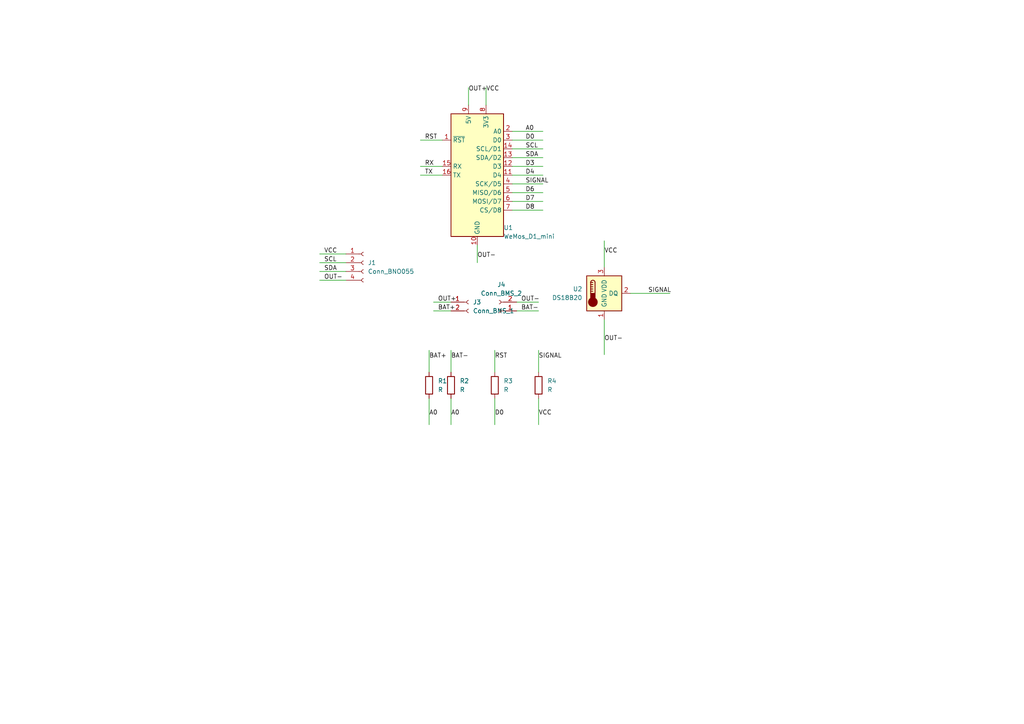
<source format=kicad_sch>
(kicad_sch (version 20211123) (generator eeschema)

  (uuid b754a447-3a51-410f-a103-b6998ce52b10)

  (paper "A4")

  (lib_symbols
    (symbol "Connector:Conn_01x02_Female" (pin_names (offset 1.016) hide) (in_bom yes) (on_board yes)
      (property "Reference" "J" (id 0) (at 0 2.54 0)
        (effects (font (size 1.27 1.27)))
      )
      (property "Value" "Conn_01x02_Female" (id 1) (at 0 -5.08 0)
        (effects (font (size 1.27 1.27)))
      )
      (property "Footprint" "" (id 2) (at 0 0 0)
        (effects (font (size 1.27 1.27)) hide)
      )
      (property "Datasheet" "~" (id 3) (at 0 0 0)
        (effects (font (size 1.27 1.27)) hide)
      )
      (property "ki_keywords" "connector" (id 4) (at 0 0 0)
        (effects (font (size 1.27 1.27)) hide)
      )
      (property "ki_description" "Generic connector, single row, 01x02, script generated (kicad-library-utils/schlib/autogen/connector/)" (id 5) (at 0 0 0)
        (effects (font (size 1.27 1.27)) hide)
      )
      (property "ki_fp_filters" "Connector*:*_1x??_*" (id 6) (at 0 0 0)
        (effects (font (size 1.27 1.27)) hide)
      )
      (symbol "Conn_01x02_Female_1_1"
        (arc (start 0 -2.032) (mid -0.508 -2.54) (end 0 -3.048)
          (stroke (width 0.1524) (type default) (color 0 0 0 0))
          (fill (type none))
        )
        (polyline
          (pts
            (xy -1.27 -2.54)
            (xy -0.508 -2.54)
          )
          (stroke (width 0.1524) (type default) (color 0 0 0 0))
          (fill (type none))
        )
        (polyline
          (pts
            (xy -1.27 0)
            (xy -0.508 0)
          )
          (stroke (width 0.1524) (type default) (color 0 0 0 0))
          (fill (type none))
        )
        (arc (start 0 0.508) (mid -0.508 0) (end 0 -0.508)
          (stroke (width 0.1524) (type default) (color 0 0 0 0))
          (fill (type none))
        )
        (pin passive line (at -5.08 0 0) (length 3.81)
          (name "Pin_1" (effects (font (size 1.27 1.27))))
          (number "1" (effects (font (size 1.27 1.27))))
        )
        (pin passive line (at -5.08 -2.54 0) (length 3.81)
          (name "Pin_2" (effects (font (size 1.27 1.27))))
          (number "2" (effects (font (size 1.27 1.27))))
        )
      )
    )
    (symbol "Connector:Conn_01x04_Female" (pin_names (offset 1.016) hide) (in_bom yes) (on_board yes)
      (property "Reference" "J" (id 0) (at 0 5.08 0)
        (effects (font (size 1.27 1.27)))
      )
      (property "Value" "Conn_01x04_Female" (id 1) (at 0 -7.62 0)
        (effects (font (size 1.27 1.27)))
      )
      (property "Footprint" "" (id 2) (at 0 0 0)
        (effects (font (size 1.27 1.27)) hide)
      )
      (property "Datasheet" "~" (id 3) (at 0 0 0)
        (effects (font (size 1.27 1.27)) hide)
      )
      (property "ki_keywords" "connector" (id 4) (at 0 0 0)
        (effects (font (size 1.27 1.27)) hide)
      )
      (property "ki_description" "Generic connector, single row, 01x04, script generated (kicad-library-utils/schlib/autogen/connector/)" (id 5) (at 0 0 0)
        (effects (font (size 1.27 1.27)) hide)
      )
      (property "ki_fp_filters" "Connector*:*_1x??_*" (id 6) (at 0 0 0)
        (effects (font (size 1.27 1.27)) hide)
      )
      (symbol "Conn_01x04_Female_1_1"
        (arc (start 0 -4.572) (mid -0.508 -5.08) (end 0 -5.588)
          (stroke (width 0.1524) (type default) (color 0 0 0 0))
          (fill (type none))
        )
        (arc (start 0 -2.032) (mid -0.508 -2.54) (end 0 -3.048)
          (stroke (width 0.1524) (type default) (color 0 0 0 0))
          (fill (type none))
        )
        (polyline
          (pts
            (xy -1.27 -5.08)
            (xy -0.508 -5.08)
          )
          (stroke (width 0.1524) (type default) (color 0 0 0 0))
          (fill (type none))
        )
        (polyline
          (pts
            (xy -1.27 -2.54)
            (xy -0.508 -2.54)
          )
          (stroke (width 0.1524) (type default) (color 0 0 0 0))
          (fill (type none))
        )
        (polyline
          (pts
            (xy -1.27 0)
            (xy -0.508 0)
          )
          (stroke (width 0.1524) (type default) (color 0 0 0 0))
          (fill (type none))
        )
        (polyline
          (pts
            (xy -1.27 2.54)
            (xy -0.508 2.54)
          )
          (stroke (width 0.1524) (type default) (color 0 0 0 0))
          (fill (type none))
        )
        (arc (start 0 0.508) (mid -0.508 0) (end 0 -0.508)
          (stroke (width 0.1524) (type default) (color 0 0 0 0))
          (fill (type none))
        )
        (arc (start 0 3.048) (mid -0.508 2.54) (end 0 2.032)
          (stroke (width 0.1524) (type default) (color 0 0 0 0))
          (fill (type none))
        )
        (pin passive line (at -5.08 2.54 0) (length 3.81)
          (name "Pin_1" (effects (font (size 1.27 1.27))))
          (number "1" (effects (font (size 1.27 1.27))))
        )
        (pin passive line (at -5.08 0 0) (length 3.81)
          (name "Pin_2" (effects (font (size 1.27 1.27))))
          (number "2" (effects (font (size 1.27 1.27))))
        )
        (pin passive line (at -5.08 -2.54 0) (length 3.81)
          (name "Pin_3" (effects (font (size 1.27 1.27))))
          (number "3" (effects (font (size 1.27 1.27))))
        )
        (pin passive line (at -5.08 -5.08 0) (length 3.81)
          (name "Pin_4" (effects (font (size 1.27 1.27))))
          (number "4" (effects (font (size 1.27 1.27))))
        )
      )
    )
    (symbol "Device:R" (pin_numbers hide) (pin_names (offset 0)) (in_bom yes) (on_board yes)
      (property "Reference" "R" (id 0) (at 2.032 0 90)
        (effects (font (size 1.27 1.27)))
      )
      (property "Value" "R" (id 1) (at 0 0 90)
        (effects (font (size 1.27 1.27)))
      )
      (property "Footprint" "" (id 2) (at -1.778 0 90)
        (effects (font (size 1.27 1.27)) hide)
      )
      (property "Datasheet" "~" (id 3) (at 0 0 0)
        (effects (font (size 1.27 1.27)) hide)
      )
      (property "ki_keywords" "R res resistor" (id 4) (at 0 0 0)
        (effects (font (size 1.27 1.27)) hide)
      )
      (property "ki_description" "Resistor" (id 5) (at 0 0 0)
        (effects (font (size 1.27 1.27)) hide)
      )
      (property "ki_fp_filters" "R_*" (id 6) (at 0 0 0)
        (effects (font (size 1.27 1.27)) hide)
      )
      (symbol "R_0_1"
        (rectangle (start -1.016 -2.54) (end 1.016 2.54)
          (stroke (width 0.254) (type default) (color 0 0 0 0))
          (fill (type none))
        )
      )
      (symbol "R_1_1"
        (pin passive line (at 0 3.81 270) (length 1.27)
          (name "~" (effects (font (size 1.27 1.27))))
          (number "1" (effects (font (size 1.27 1.27))))
        )
        (pin passive line (at 0 -3.81 90) (length 1.27)
          (name "~" (effects (font (size 1.27 1.27))))
          (number "2" (effects (font (size 1.27 1.27))))
        )
      )
    )
    (symbol "MCU_Module:WeMos_D1_mini" (in_bom yes) (on_board yes)
      (property "Reference" "U" (id 0) (at 3.81 19.05 0)
        (effects (font (size 1.27 1.27)) (justify left))
      )
      (property "Value" "WeMos_D1_mini" (id 1) (at 1.27 -19.05 0)
        (effects (font (size 1.27 1.27)) (justify left))
      )
      (property "Footprint" "Module:WEMOS_D1_mini_light" (id 2) (at 0 -29.21 0)
        (effects (font (size 1.27 1.27)) hide)
      )
      (property "Datasheet" "https://wiki.wemos.cc/products:d1:d1_mini#documentation" (id 3) (at -46.99 -29.21 0)
        (effects (font (size 1.27 1.27)) hide)
      )
      (property "ki_keywords" "ESP8266 WiFi microcontroller ESP8266EX" (id 4) (at 0 0 0)
        (effects (font (size 1.27 1.27)) hide)
      )
      (property "ki_description" "32-bit microcontroller module with WiFi" (id 5) (at 0 0 0)
        (effects (font (size 1.27 1.27)) hide)
      )
      (property "ki_fp_filters" "WEMOS*D1*mini*" (id 6) (at 0 0 0)
        (effects (font (size 1.27 1.27)) hide)
      )
      (symbol "WeMos_D1_mini_1_1"
        (rectangle (start -7.62 17.78) (end 7.62 -17.78)
          (stroke (width 0.254) (type default) (color 0 0 0 0))
          (fill (type background))
        )
        (pin input line (at -10.16 10.16 0) (length 2.54)
          (name "~{RST}" (effects (font (size 1.27 1.27))))
          (number "1" (effects (font (size 1.27 1.27))))
        )
        (pin power_in line (at 0 -20.32 90) (length 2.54)
          (name "GND" (effects (font (size 1.27 1.27))))
          (number "10" (effects (font (size 1.27 1.27))))
        )
        (pin bidirectional line (at 10.16 0 180) (length 2.54)
          (name "D4" (effects (font (size 1.27 1.27))))
          (number "11" (effects (font (size 1.27 1.27))))
        )
        (pin bidirectional line (at 10.16 2.54 180) (length 2.54)
          (name "D3" (effects (font (size 1.27 1.27))))
          (number "12" (effects (font (size 1.27 1.27))))
        )
        (pin bidirectional line (at 10.16 5.08 180) (length 2.54)
          (name "SDA/D2" (effects (font (size 1.27 1.27))))
          (number "13" (effects (font (size 1.27 1.27))))
        )
        (pin bidirectional line (at 10.16 7.62 180) (length 2.54)
          (name "SCL/D1" (effects (font (size 1.27 1.27))))
          (number "14" (effects (font (size 1.27 1.27))))
        )
        (pin input line (at -10.16 2.54 0) (length 2.54)
          (name "RX" (effects (font (size 1.27 1.27))))
          (number "15" (effects (font (size 1.27 1.27))))
        )
        (pin output line (at -10.16 0 0) (length 2.54)
          (name "TX" (effects (font (size 1.27 1.27))))
          (number "16" (effects (font (size 1.27 1.27))))
        )
        (pin input line (at 10.16 12.7 180) (length 2.54)
          (name "A0" (effects (font (size 1.27 1.27))))
          (number "2" (effects (font (size 1.27 1.27))))
        )
        (pin bidirectional line (at 10.16 10.16 180) (length 2.54)
          (name "D0" (effects (font (size 1.27 1.27))))
          (number "3" (effects (font (size 1.27 1.27))))
        )
        (pin bidirectional line (at 10.16 -2.54 180) (length 2.54)
          (name "SCK/D5" (effects (font (size 1.27 1.27))))
          (number "4" (effects (font (size 1.27 1.27))))
        )
        (pin bidirectional line (at 10.16 -5.08 180) (length 2.54)
          (name "MISO/D6" (effects (font (size 1.27 1.27))))
          (number "5" (effects (font (size 1.27 1.27))))
        )
        (pin bidirectional line (at 10.16 -7.62 180) (length 2.54)
          (name "MOSI/D7" (effects (font (size 1.27 1.27))))
          (number "6" (effects (font (size 1.27 1.27))))
        )
        (pin bidirectional line (at 10.16 -10.16 180) (length 2.54)
          (name "CS/D8" (effects (font (size 1.27 1.27))))
          (number "7" (effects (font (size 1.27 1.27))))
        )
        (pin power_out line (at 2.54 20.32 270) (length 2.54)
          (name "3V3" (effects (font (size 1.27 1.27))))
          (number "8" (effects (font (size 1.27 1.27))))
        )
        (pin power_in line (at -2.54 20.32 270) (length 2.54)
          (name "5V" (effects (font (size 1.27 1.27))))
          (number "9" (effects (font (size 1.27 1.27))))
        )
      )
    )
    (symbol "Sensor_Temperature:DS18B20" (pin_names (offset 1.016)) (in_bom yes) (on_board yes)
      (property "Reference" "U" (id 0) (at -3.81 6.35 0)
        (effects (font (size 1.27 1.27)))
      )
      (property "Value" "DS18B20" (id 1) (at 6.35 6.35 0)
        (effects (font (size 1.27 1.27)))
      )
      (property "Footprint" "Package_TO_SOT_THT:TO-92_Inline" (id 2) (at -25.4 -6.35 0)
        (effects (font (size 1.27 1.27)) hide)
      )
      (property "Datasheet" "http://datasheets.maximintegrated.com/en/ds/DS18B20.pdf" (id 3) (at -3.81 6.35 0)
        (effects (font (size 1.27 1.27)) hide)
      )
      (property "ki_keywords" "OneWire 1Wire Dallas Maxim" (id 4) (at 0 0 0)
        (effects (font (size 1.27 1.27)) hide)
      )
      (property "ki_description" "Programmable Resolution 1-Wire Digital Thermometer TO-92" (id 5) (at 0 0 0)
        (effects (font (size 1.27 1.27)) hide)
      )
      (property "ki_fp_filters" "TO*92*" (id 6) (at 0 0 0)
        (effects (font (size 1.27 1.27)) hide)
      )
      (symbol "DS18B20_0_1"
        (rectangle (start -5.08 5.08) (end 5.08 -5.08)
          (stroke (width 0.254) (type default) (color 0 0 0 0))
          (fill (type background))
        )
        (circle (center -3.302 -2.54) (radius 1.27)
          (stroke (width 0.254) (type default) (color 0 0 0 0))
          (fill (type outline))
        )
        (rectangle (start -2.667 -1.905) (end -3.937 0)
          (stroke (width 0.254) (type default) (color 0 0 0 0))
          (fill (type outline))
        )
        (arc (start -2.667 3.175) (mid -3.302 3.81) (end -3.937 3.175)
          (stroke (width 0.254) (type default) (color 0 0 0 0))
          (fill (type none))
        )
        (polyline
          (pts
            (xy -3.937 0.635)
            (xy -3.302 0.635)
          )
          (stroke (width 0.254) (type default) (color 0 0 0 0))
          (fill (type none))
        )
        (polyline
          (pts
            (xy -3.937 1.27)
            (xy -3.302 1.27)
          )
          (stroke (width 0.254) (type default) (color 0 0 0 0))
          (fill (type none))
        )
        (polyline
          (pts
            (xy -3.937 1.905)
            (xy -3.302 1.905)
          )
          (stroke (width 0.254) (type default) (color 0 0 0 0))
          (fill (type none))
        )
        (polyline
          (pts
            (xy -3.937 2.54)
            (xy -3.302 2.54)
          )
          (stroke (width 0.254) (type default) (color 0 0 0 0))
          (fill (type none))
        )
        (polyline
          (pts
            (xy -3.937 3.175)
            (xy -3.937 0)
          )
          (stroke (width 0.254) (type default) (color 0 0 0 0))
          (fill (type none))
        )
        (polyline
          (pts
            (xy -3.937 3.175)
            (xy -3.302 3.175)
          )
          (stroke (width 0.254) (type default) (color 0 0 0 0))
          (fill (type none))
        )
        (polyline
          (pts
            (xy -2.667 3.175)
            (xy -2.667 0)
          )
          (stroke (width 0.254) (type default) (color 0 0 0 0))
          (fill (type none))
        )
      )
      (symbol "DS18B20_1_1"
        (pin power_in line (at 0 -7.62 90) (length 2.54)
          (name "GND" (effects (font (size 1.27 1.27))))
          (number "1" (effects (font (size 1.27 1.27))))
        )
        (pin bidirectional line (at 7.62 0 180) (length 2.54)
          (name "DQ" (effects (font (size 1.27 1.27))))
          (number "2" (effects (font (size 1.27 1.27))))
        )
        (pin power_in line (at 0 7.62 270) (length 2.54)
          (name "VDD" (effects (font (size 1.27 1.27))))
          (number "3" (effects (font (size 1.27 1.27))))
        )
      )
    )
  )


  (wire (pts (xy 148.59 43.18) (xy 157.48 43.18))
    (stroke (width 0) (type default) (color 0 0 0 0))
    (uuid 065684d8-ef7e-4ebf-94cb-62e74f7d0fc1)
  )
  (wire (pts (xy 138.43 71.12) (xy 138.43 76.2))
    (stroke (width 0) (type default) (color 0 0 0 0))
    (uuid 067a4a12-7d26-4481-964b-498cfa9a1901)
  )
  (wire (pts (xy 92.71 76.2) (xy 100.33 76.2))
    (stroke (width 0) (type default) (color 0 0 0 0))
    (uuid 0adfb930-9cde-4399-96d4-ff78b657f1ed)
  )
  (wire (pts (xy 125.73 87.63) (xy 130.81 87.63))
    (stroke (width 0) (type default) (color 0 0 0 0))
    (uuid 1960bae9-3f9e-4893-a6b8-7cd1ece1c5d9)
  )
  (wire (pts (xy 148.59 58.42) (xy 157.48 58.42))
    (stroke (width 0) (type default) (color 0 0 0 0))
    (uuid 22787205-39a6-48a5-857d-c8699b7a86e5)
  )
  (wire (pts (xy 156.21 101.6) (xy 156.21 107.95))
    (stroke (width 0) (type default) (color 0 0 0 0))
    (uuid 2879c107-f584-4793-8b5e-a668616e0261)
  )
  (wire (pts (xy 135.89 25.4) (xy 135.89 30.48))
    (stroke (width 0) (type default) (color 0 0 0 0))
    (uuid 32b3722d-d046-4f9c-9870-a46975703d36)
  )
  (wire (pts (xy 143.51 101.6) (xy 143.51 107.95))
    (stroke (width 0) (type default) (color 0 0 0 0))
    (uuid 332be0a1-2ac2-4f3d-9111-925765d7adad)
  )
  (wire (pts (xy 149.86 87.63) (xy 156.21 87.63))
    (stroke (width 0) (type default) (color 0 0 0 0))
    (uuid 3578dabb-363c-4779-8b99-8547b3ce2680)
  )
  (wire (pts (xy 92.71 73.66) (xy 100.33 73.66))
    (stroke (width 0) (type default) (color 0 0 0 0))
    (uuid 376878d7-f201-4ba7-97fb-f5217a42b531)
  )
  (wire (pts (xy 156.21 115.57) (xy 156.21 123.19))
    (stroke (width 0) (type default) (color 0 0 0 0))
    (uuid 3b250d06-f7e8-4a10-a2fa-39bff279ae01)
  )
  (wire (pts (xy 121.92 40.64) (xy 128.27 40.64))
    (stroke (width 0) (type default) (color 0 0 0 0))
    (uuid 3b44f9de-6304-459f-b733-106cf4c5d987)
  )
  (wire (pts (xy 175.26 69.85) (xy 175.26 77.47))
    (stroke (width 0) (type default) (color 0 0 0 0))
    (uuid 41e7a94d-ac10-4331-9d20-d172452694a3)
  )
  (wire (pts (xy 149.86 90.17) (xy 156.21 90.17))
    (stroke (width 0) (type default) (color 0 0 0 0))
    (uuid 48bb0299-bae9-4963-bc6c-dfb6974cc62a)
  )
  (wire (pts (xy 148.59 50.8) (xy 157.48 50.8))
    (stroke (width 0) (type default) (color 0 0 0 0))
    (uuid 48e25276-d72f-4aa6-a5d9-49728e8b2e53)
  )
  (wire (pts (xy 143.51 115.57) (xy 143.51 123.19))
    (stroke (width 0) (type default) (color 0 0 0 0))
    (uuid 4989bae7-28e4-4438-a501-af75f843be64)
  )
  (wire (pts (xy 121.92 50.8) (xy 128.27 50.8))
    (stroke (width 0) (type default) (color 0 0 0 0))
    (uuid 4c1613ce-209b-45d5-a276-f6253cbbbb3c)
  )
  (wire (pts (xy 175.26 92.71) (xy 175.26 102.87))
    (stroke (width 0) (type default) (color 0 0 0 0))
    (uuid 591f60e1-7f19-4627-ae7a-bd34bb74569b)
  )
  (wire (pts (xy 130.81 101.6) (xy 130.81 107.95))
    (stroke (width 0) (type default) (color 0 0 0 0))
    (uuid 5a13df7b-6d60-45b4-973f-fb87f877ccaa)
  )
  (wire (pts (xy 148.59 38.1) (xy 157.48 38.1))
    (stroke (width 0) (type default) (color 0 0 0 0))
    (uuid 77056637-040b-4a9a-874e-a051185ba5d4)
  )
  (wire (pts (xy 124.46 101.6) (xy 124.46 107.95))
    (stroke (width 0) (type default) (color 0 0 0 0))
    (uuid 7765b0e7-d75b-4f8a-b32f-8a9ba7c186d9)
  )
  (wire (pts (xy 148.59 55.88) (xy 157.48 55.88))
    (stroke (width 0) (type default) (color 0 0 0 0))
    (uuid 8d1ea571-3651-4b47-88a5-6acb76fe30c4)
  )
  (wire (pts (xy 128.27 48.26) (xy 121.92 48.26))
    (stroke (width 0) (type default) (color 0 0 0 0))
    (uuid a0294b00-b3f6-47a1-aad8-cdd97ed97262)
  )
  (wire (pts (xy 148.59 40.64) (xy 157.48 40.64))
    (stroke (width 0) (type default) (color 0 0 0 0))
    (uuid aa8dcb3f-d00b-422a-b297-83d540388c64)
  )
  (wire (pts (xy 92.71 78.74) (xy 100.33 78.74))
    (stroke (width 0) (type default) (color 0 0 0 0))
    (uuid aef50072-b76d-4279-b041-bd8630f82daf)
  )
  (wire (pts (xy 140.97 25.4) (xy 140.97 30.48))
    (stroke (width 0) (type default) (color 0 0 0 0))
    (uuid b65bf48b-841a-461a-b0e8-a3e7a693d090)
  )
  (wire (pts (xy 182.88 85.09) (xy 194.31 85.09))
    (stroke (width 0) (type default) (color 0 0 0 0))
    (uuid b942e2b7-e432-4f0a-a230-a244e4729bdb)
  )
  (wire (pts (xy 148.59 53.34) (xy 157.48 53.34))
    (stroke (width 0) (type default) (color 0 0 0 0))
    (uuid bc7fbb3c-7c6c-4374-befa-15951538801a)
  )
  (wire (pts (xy 148.59 45.72) (xy 157.48 45.72))
    (stroke (width 0) (type default) (color 0 0 0 0))
    (uuid beb7b2d0-0ed3-4bfc-b1bd-a7416f9042d5)
  )
  (wire (pts (xy 130.81 115.57) (xy 130.81 123.19))
    (stroke (width 0) (type default) (color 0 0 0 0))
    (uuid c1127105-9da8-4a2d-b77e-88c532f1b7f2)
  )
  (wire (pts (xy 125.73 90.17) (xy 130.81 90.17))
    (stroke (width 0) (type default) (color 0 0 0 0))
    (uuid c5fd68cd-be4e-4c55-abf7-537590744105)
  )
  (wire (pts (xy 148.59 60.96) (xy 157.48 60.96))
    (stroke (width 0) (type default) (color 0 0 0 0))
    (uuid c9bf4e26-2353-4c97-9b14-4e9eebda6f07)
  )
  (wire (pts (xy 124.46 115.57) (xy 124.46 123.19))
    (stroke (width 0) (type default) (color 0 0 0 0))
    (uuid d499acf9-530e-41da-83cc-10b4ae5ad386)
  )
  (wire (pts (xy 92.71 81.28) (xy 100.33 81.28))
    (stroke (width 0) (type default) (color 0 0 0 0))
    (uuid e6221ecc-6246-4942-8880-b3dfb0630ecb)
  )
  (wire (pts (xy 148.59 48.26) (xy 157.48 48.26))
    (stroke (width 0) (type default) (color 0 0 0 0))
    (uuid eda8c652-07bf-47fe-885d-3a78cbdaf96e)
  )

  (label "OUT-" (at 151.13 87.63 0)
    (effects (font (size 1.27 1.27)) (justify left bottom))
    (uuid 003f4def-4bd4-46bf-9131-0676ffc4f15a)
  )
  (label "OUT+" (at 127 87.63 0)
    (effects (font (size 1.27 1.27)) (justify left bottom))
    (uuid 08e888a6-d732-4da2-91fe-0bf9e6eb33d4)
  )
  (label "SIGNAL" (at 187.96 85.09 0)
    (effects (font (size 1.27 1.27)) (justify left bottom))
    (uuid 19fafdd4-6521-4f2c-adb9-fc308464b1d5)
  )
  (label "D4" (at 152.4 50.8 0)
    (effects (font (size 1.27 1.27)) (justify left bottom))
    (uuid 25f0fe48-edea-412d-9b21-0ba416c4eac1)
  )
  (label "VCC" (at 93.98 73.66 0)
    (effects (font (size 1.27 1.27)) (justify left bottom))
    (uuid 266def5e-abd4-47c8-94cf-f3f2576a3922)
  )
  (label "SIGNAL" (at 152.4 53.34 0)
    (effects (font (size 1.27 1.27)) (justify left bottom))
    (uuid 2d29ba55-513a-4c04-b5d7-9c10ec549d86)
  )
  (label "SCL" (at 152.4 43.18 0)
    (effects (font (size 1.27 1.27)) (justify left bottom))
    (uuid 38dd8d12-9244-4b3b-9038-95804bb2c6ef)
  )
  (label "BAT+" (at 127 90.17 0)
    (effects (font (size 1.27 1.27)) (justify left bottom))
    (uuid 3ed1dc6b-7d6f-4022-9e77-e245033e2faf)
  )
  (label "VCC" (at 175.26 73.66 0)
    (effects (font (size 1.27 1.27)) (justify left bottom))
    (uuid 40ca92d0-97d2-4e4b-a241-a866ef4445ff)
  )
  (label "RST" (at 123.19 40.64 0)
    (effects (font (size 1.27 1.27)) (justify left bottom))
    (uuid 45656b17-3785-4425-8ed8-91db581ca7db)
  )
  (label "SCL" (at 93.98 76.2 0)
    (effects (font (size 1.27 1.27)) (justify left bottom))
    (uuid 4ac3844c-cf59-4761-8c54-51efdbb6da8c)
  )
  (label "VCC" (at 156.21 120.65 0)
    (effects (font (size 1.27 1.27)) (justify left bottom))
    (uuid 54e4758a-705f-4025-a6b5-5656676a4aef)
  )
  (label "D8" (at 152.4 60.96 0)
    (effects (font (size 1.27 1.27)) (justify left bottom))
    (uuid 55b8aba7-cefe-4b82-9ba1-094badb8a73b)
  )
  (label "VCC" (at 140.97 26.67 0)
    (effects (font (size 1.27 1.27)) (justify left bottom))
    (uuid 65278d53-a299-4a01-81c0-4058dd7319aa)
  )
  (label "RST" (at 143.51 104.14 0)
    (effects (font (size 1.27 1.27)) (justify left bottom))
    (uuid 676c4516-8460-4e2f-b1ee-00b3f575d7ac)
  )
  (label "BAT+" (at 124.46 104.14 0)
    (effects (font (size 1.27 1.27)) (justify left bottom))
    (uuid 73c8acad-4a94-4e88-9039-f5132010e853)
  )
  (label "A0" (at 124.46 120.65 0)
    (effects (font (size 1.27 1.27)) (justify left bottom))
    (uuid 77f20a42-b75b-47ef-931d-c8b437eab595)
  )
  (label "D0" (at 143.51 120.65 0)
    (effects (font (size 1.27 1.27)) (justify left bottom))
    (uuid 7b56e5e6-9934-4cd2-b85a-8e5b08eadd1d)
  )
  (label "D3" (at 152.4 48.26 0)
    (effects (font (size 1.27 1.27)) (justify left bottom))
    (uuid 7c26ae1d-dda5-4462-a1cb-1802aa2c8c37)
  )
  (label "D0" (at 152.4 40.64 0)
    (effects (font (size 1.27 1.27)) (justify left bottom))
    (uuid 937f3027-af31-455c-8e29-eecdbdaa6bce)
  )
  (label "OUT-" (at 175.26 99.06 0)
    (effects (font (size 1.27 1.27)) (justify left bottom))
    (uuid 9c5545a2-d8ac-433d-b58e-564f94cddfc1)
  )
  (label "OUT-" (at 138.43 74.93 0)
    (effects (font (size 1.27 1.27)) (justify left bottom))
    (uuid a821bef0-29f9-474e-8945-2caae9b1cb9e)
  )
  (label "BAT-" (at 151.13 90.17 0)
    (effects (font (size 1.27 1.27)) (justify left bottom))
    (uuid a8e4953d-707e-4a90-9315-96004ad54683)
  )
  (label "TX" (at 123.19 50.8 0)
    (effects (font (size 1.27 1.27)) (justify left bottom))
    (uuid b40aa6c2-110c-425d-8c86-525111932fbf)
  )
  (label "RX" (at 123.19 48.26 0)
    (effects (font (size 1.27 1.27)) (justify left bottom))
    (uuid bfd5d41a-1cd1-467a-98dd-8d14795c51ae)
  )
  (label "OUT+" (at 135.89 26.67 0)
    (effects (font (size 1.27 1.27)) (justify left bottom))
    (uuid d09169ab-b4e4-49f1-bedb-014054666c96)
  )
  (label "OUT-" (at 93.98 81.28 0)
    (effects (font (size 1.27 1.27)) (justify left bottom))
    (uuid d2ed2e60-98e6-480f-9866-4959c4bda913)
  )
  (label "A0" (at 130.81 120.65 0)
    (effects (font (size 1.27 1.27)) (justify left bottom))
    (uuid e2d7723c-1c50-4cc6-8b4d-7463b120d0bb)
  )
  (label "D6" (at 152.4 55.88 0)
    (effects (font (size 1.27 1.27)) (justify left bottom))
    (uuid e8658f81-6a7b-4066-b151-2bb8423e792a)
  )
  (label "SDA" (at 93.98 78.74 0)
    (effects (font (size 1.27 1.27)) (justify left bottom))
    (uuid ef60a20f-f77e-46fc-ba32-c4a8fe99ff8f)
  )
  (label "SIGNAL" (at 156.21 104.14 0)
    (effects (font (size 1.27 1.27)) (justify left bottom))
    (uuid f2ba8f0e-488f-4426-85a9-c23a7f850f94)
  )
  (label "SDA" (at 152.4 45.72 0)
    (effects (font (size 1.27 1.27)) (justify left bottom))
    (uuid f7019e04-4bce-483f-b99c-47e3b14ac24d)
  )
  (label "A0" (at 152.4 38.1 0)
    (effects (font (size 1.27 1.27)) (justify left bottom))
    (uuid f85dcf03-bfce-47aa-9c8f-e21627ba854d)
  )
  (label "D7" (at 152.4 58.42 0)
    (effects (font (size 1.27 1.27)) (justify left bottom))
    (uuid fddea035-7176-45d9-a879-61d29534da1e)
  )
  (label "BAT-" (at 130.81 104.14 0)
    (effects (font (size 1.27 1.27)) (justify left bottom))
    (uuid ff686f26-434a-4ffe-8fe4-d7c40f5af5d7)
  )

  (symbol (lib_id "Device:R") (at 156.21 111.76 0) (unit 1)
    (in_bom yes) (on_board yes) (fields_autoplaced)
    (uuid 0710ff4a-1761-464c-b5d1-9c3ac9ef6183)
    (property "Reference" "R4" (id 0) (at 158.75 110.4899 0)
      (effects (font (size 1.27 1.27)) (justify left))
    )
    (property "Value" "R" (id 1) (at 158.75 113.0299 0)
      (effects (font (size 1.27 1.27)) (justify left))
    )
    (property "Footprint" "Resistor_THT:R_Axial_DIN0204_L3.6mm_D1.6mm_P7.62mm_Horizontal" (id 2) (at 154.432 111.76 90)
      (effects (font (size 1.27 1.27)) hide)
    )
    (property "Datasheet" "~" (id 3) (at 156.21 111.76 0)
      (effects (font (size 1.27 1.27)) hide)
    )
    (pin "1" (uuid 868e28ff-fc5c-43c6-902c-e90d5b73a6ed))
    (pin "2" (uuid 1e122ddb-f990-4c04-b20e-44fb36ed15a0))
  )

  (symbol (lib_id "Connector:Conn_01x02_Female") (at 144.78 90.17 180) (unit 1)
    (in_bom yes) (on_board yes) (fields_autoplaced)
    (uuid 3ae564f1-08c3-496b-a75c-595b1521b56d)
    (property "Reference" "J4" (id 0) (at 145.415 82.55 0))
    (property "Value" "Conn_BMS_2" (id 1) (at 145.415 85.09 0))
    (property "Footprint" "Connector_PinSocket_2.54mm:PinSocket_1x02_P2.54mm_Vertical" (id 2) (at 144.78 90.17 0)
      (effects (font (size 1.27 1.27)) hide)
    )
    (property "Datasheet" "~" (id 3) (at 144.78 90.17 0)
      (effects (font (size 1.27 1.27)) hide)
    )
    (pin "1" (uuid 8217c8a7-8aa5-4a6a-9992-e1ffacc6ce05))
    (pin "2" (uuid 534f9d8f-8207-4d6c-a979-db1eda2e00ed))
  )

  (symbol (lib_id "Device:R") (at 130.81 111.76 0) (unit 1)
    (in_bom yes) (on_board yes) (fields_autoplaced)
    (uuid 7d7c6073-adc6-477f-b885-86c2f021f419)
    (property "Reference" "R2" (id 0) (at 133.35 110.4899 0)
      (effects (font (size 1.27 1.27)) (justify left))
    )
    (property "Value" "R" (id 1) (at 133.35 113.0299 0)
      (effects (font (size 1.27 1.27)) (justify left))
    )
    (property "Footprint" "Resistor_THT:R_Axial_DIN0204_L3.6mm_D1.6mm_P7.62mm_Horizontal" (id 2) (at 129.032 111.76 90)
      (effects (font (size 1.27 1.27)) hide)
    )
    (property "Datasheet" "~" (id 3) (at 130.81 111.76 0)
      (effects (font (size 1.27 1.27)) hide)
    )
    (pin "1" (uuid d00009f7-d755-4a99-b1a8-cc2f83c4ed53))
    (pin "2" (uuid 3d6a3260-0d01-4266-8171-e14fd0dc59b3))
  )

  (symbol (lib_id "Sensor_Temperature:DS18B20") (at 175.26 85.09 0) (unit 1)
    (in_bom yes) (on_board yes) (fields_autoplaced)
    (uuid 8ff929d8-daa6-44ad-8c48-516622d8cfd6)
    (property "Reference" "U2" (id 0) (at 168.91 83.8199 0)
      (effects (font (size 1.27 1.27)) (justify right))
    )
    (property "Value" "DS18B20" (id 1) (at 168.91 86.3599 0)
      (effects (font (size 1.27 1.27)) (justify right))
    )
    (property "Footprint" "Package_TO_SOT_THT:TO-92_Inline" (id 2) (at 149.86 91.44 0)
      (effects (font (size 1.27 1.27)) hide)
    )
    (property "Datasheet" "http://datasheets.maximintegrated.com/en/ds/DS18B20.pdf" (id 3) (at 171.45 78.74 0)
      (effects (font (size 1.27 1.27)) hide)
    )
    (pin "1" (uuid 5bd11701-488e-421b-bebf-6dfceabd642d))
    (pin "2" (uuid 17bdd763-9b47-4e6a-af7a-23e005d64d6d))
    (pin "3" (uuid 2abbb8fe-47eb-4317-ba02-e434b7adf6b8))
  )

  (symbol (lib_id "Connector:Conn_01x04_Female") (at 105.41 76.2 0) (unit 1)
    (in_bom yes) (on_board yes) (fields_autoplaced)
    (uuid aab393ca-b451-401d-a750-2442f3a74582)
    (property "Reference" "J1" (id 0) (at 106.68 76.1999 0)
      (effects (font (size 1.27 1.27)) (justify left))
    )
    (property "Value" "Conn_BNO055" (id 1) (at 106.68 78.7399 0)
      (effects (font (size 1.27 1.27)) (justify left))
    )
    (property "Footprint" "Connector_PinSocket_2.54mm:PinSocket_1x04_P2.54mm_Vertical" (id 2) (at 105.41 76.2 0)
      (effects (font (size 1.27 1.27)) hide)
    )
    (property "Datasheet" "~" (id 3) (at 105.41 76.2 0)
      (effects (font (size 1.27 1.27)) hide)
    )
    (pin "1" (uuid 2f899232-4b7e-44a7-b339-47766466e423))
    (pin "2" (uuid cabb0980-44bd-44c7-812e-af019e54d4b2))
    (pin "3" (uuid b47962f2-a530-4d7b-b0f8-4534ef818c6b))
    (pin "4" (uuid 5d763a1c-612e-47e3-8607-2f601661fdbf))
  )

  (symbol (lib_id "Device:R") (at 124.46 111.76 0) (unit 1)
    (in_bom yes) (on_board yes) (fields_autoplaced)
    (uuid aedd757d-7be4-4ff3-af52-cd24f331d474)
    (property "Reference" "R1" (id 0) (at 127 110.4899 0)
      (effects (font (size 1.27 1.27)) (justify left))
    )
    (property "Value" "R" (id 1) (at 127 113.0299 0)
      (effects (font (size 1.27 1.27)) (justify left))
    )
    (property "Footprint" "Resistor_THT:R_Axial_DIN0204_L3.6mm_D1.6mm_P7.62mm_Horizontal" (id 2) (at 122.682 111.76 90)
      (effects (font (size 1.27 1.27)) hide)
    )
    (property "Datasheet" "~" (id 3) (at 124.46 111.76 0)
      (effects (font (size 1.27 1.27)) hide)
    )
    (pin "1" (uuid 46a1d31e-db0f-4eb3-b4c3-c3dbe408fa73))
    (pin "2" (uuid de624fd4-b86d-44d3-9dbf-955d8d1e3c15))
  )

  (symbol (lib_id "Device:R") (at 143.51 111.76 0) (unit 1)
    (in_bom yes) (on_board yes) (fields_autoplaced)
    (uuid da5aca23-6ce1-4817-b1ca-49cf183835e6)
    (property "Reference" "R3" (id 0) (at 146.05 110.4899 0)
      (effects (font (size 1.27 1.27)) (justify left))
    )
    (property "Value" "R" (id 1) (at 146.05 113.0299 0)
      (effects (font (size 1.27 1.27)) (justify left))
    )
    (property "Footprint" "Resistor_THT:R_Axial_DIN0204_L3.6mm_D1.6mm_P7.62mm_Horizontal" (id 2) (at 141.732 111.76 90)
      (effects (font (size 1.27 1.27)) hide)
    )
    (property "Datasheet" "~" (id 3) (at 143.51 111.76 0)
      (effects (font (size 1.27 1.27)) hide)
    )
    (pin "1" (uuid db036f8e-a7b8-4e34-9f5e-6be68d8f4c54))
    (pin "2" (uuid d02c818f-15f1-4485-bf8d-46601143eabd))
  )

  (symbol (lib_id "Connector:Conn_01x02_Female") (at 135.89 87.63 0) (unit 1)
    (in_bom yes) (on_board yes) (fields_autoplaced)
    (uuid f41e741f-0d43-44a5-8a5d-5dd0a00c85fc)
    (property "Reference" "J3" (id 0) (at 137.16 87.6299 0)
      (effects (font (size 1.27 1.27)) (justify left))
    )
    (property "Value" "Conn_BMS_1" (id 1) (at 137.16 90.1699 0)
      (effects (font (size 1.27 1.27)) (justify left))
    )
    (property "Footprint" "Connector_PinSocket_2.54mm:PinSocket_1x02_P2.54mm_Vertical" (id 2) (at 135.89 87.63 0)
      (effects (font (size 1.27 1.27)) hide)
    )
    (property "Datasheet" "~" (id 3) (at 135.89 87.63 0)
      (effects (font (size 1.27 1.27)) hide)
    )
    (pin "1" (uuid cd6455b5-62b2-4d1b-9570-6bd09fd1f70e))
    (pin "2" (uuid f4e640bf-9683-41b7-af08-9808d52e20d9))
  )

  (symbol (lib_id "MCU_Module:WeMos_D1_mini") (at 138.43 50.8 0) (unit 1)
    (in_bom yes) (on_board yes)
    (uuid ff9e96ab-08db-440f-9cfe-bc2fbdc6d3e7)
    (property "Reference" "U1" (id 0) (at 146.05 66.04 0)
      (effects (font (size 1.27 1.27)) (justify left))
    )
    (property "Value" "WeMos_D1_mini" (id 1) (at 146.05 68.58 0)
      (effects (font (size 1.27 1.27)) (justify left))
    )
    (property "Footprint" "Module:WEMOS_D1_mini_light" (id 2) (at 138.43 80.01 0)
      (effects (font (size 1.27 1.27)) hide)
    )
    (property "Datasheet" "https://wiki.wemos.cc/products:d1:d1_mini#documentation" (id 3) (at 91.44 80.01 0)
      (effects (font (size 1.27 1.27)) hide)
    )
    (pin "1" (uuid e5e6a28f-3064-48bb-a90f-878fe69a5fe6))
    (pin "10" (uuid 5f117494-4c00-453d-bbc6-1260b6d95f16))
    (pin "11" (uuid efbc15bf-131a-4884-9e04-0aaa834043bf))
    (pin "12" (uuid 66e22654-c394-4ea1-bb13-545c624f19a9))
    (pin "13" (uuid 99adf588-53a0-45c1-be07-f61d1f388a04))
    (pin "14" (uuid 09682648-a4f3-4e78-8271-08a261b0642f))
    (pin "15" (uuid 4be62502-2336-4807-a82e-70119a545722))
    (pin "16" (uuid ddc393eb-ee00-444e-8508-f288f2695da4))
    (pin "2" (uuid 555fe608-7d46-476a-a014-1fe4f10ff01b))
    (pin "3" (uuid 30cef3b5-94e0-4f52-b9d2-8af1c896cbfb))
    (pin "4" (uuid 7dddfa9e-e4a2-495b-bf83-676cc60ecc7d))
    (pin "5" (uuid 3f14f0e3-ff18-48f2-9698-fb2e0b83f630))
    (pin "6" (uuid 267751fe-b83f-4719-80ba-aef2f1de0f3e))
    (pin "7" (uuid 2274b0a2-aa2c-41b2-949a-477153cc759e))
    (pin "8" (uuid 84335515-6b27-4359-b4aa-8dae658cf332))
    (pin "9" (uuid 0b9059e9-4cce-46c4-aa17-f0ad67d5f2d6))
  )

  (sheet_instances
    (path "/" (page "1"))
  )

  (symbol_instances
    (path "/aab393ca-b451-401d-a750-2442f3a74582"
      (reference "J1") (unit 1) (value "Conn_BNO055") (footprint "Connector_PinSocket_2.54mm:PinSocket_1x04_P2.54mm_Vertical")
    )
    (path "/f41e741f-0d43-44a5-8a5d-5dd0a00c85fc"
      (reference "J3") (unit 1) (value "Conn_BMS_1") (footprint "Connector_PinSocket_2.54mm:PinSocket_1x02_P2.54mm_Vertical")
    )
    (path "/3ae564f1-08c3-496b-a75c-595b1521b56d"
      (reference "J4") (unit 1) (value "Conn_BMS_2") (footprint "Connector_PinSocket_2.54mm:PinSocket_1x02_P2.54mm_Vertical")
    )
    (path "/aedd757d-7be4-4ff3-af52-cd24f331d474"
      (reference "R1") (unit 1) (value "R") (footprint "Resistor_THT:R_Axial_DIN0204_L3.6mm_D1.6mm_P7.62mm_Horizontal")
    )
    (path "/7d7c6073-adc6-477f-b885-86c2f021f419"
      (reference "R2") (unit 1) (value "R") (footprint "Resistor_THT:R_Axial_DIN0204_L3.6mm_D1.6mm_P7.62mm_Horizontal")
    )
    (path "/da5aca23-6ce1-4817-b1ca-49cf183835e6"
      (reference "R3") (unit 1) (value "R") (footprint "Resistor_THT:R_Axial_DIN0204_L3.6mm_D1.6mm_P7.62mm_Horizontal")
    )
    (path "/0710ff4a-1761-464c-b5d1-9c3ac9ef6183"
      (reference "R4") (unit 1) (value "R") (footprint "Resistor_THT:R_Axial_DIN0204_L3.6mm_D1.6mm_P7.62mm_Horizontal")
    )
    (path "/ff9e96ab-08db-440f-9cfe-bc2fbdc6d3e7"
      (reference "U1") (unit 1) (value "WeMos_D1_mini") (footprint "Module:WEMOS_D1_mini_light")
    )
    (path "/8ff929d8-daa6-44ad-8c48-516622d8cfd6"
      (reference "U2") (unit 1) (value "DS18B20") (footprint "Package_TO_SOT_THT:TO-92_Inline")
    )
  )
)

</source>
